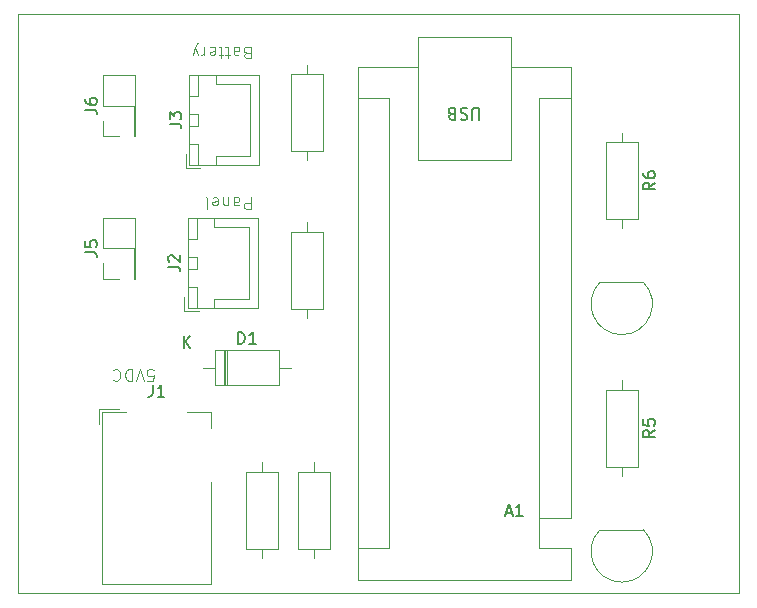
<source format=gbr>
%TF.GenerationSoftware,KiCad,Pcbnew,8.0.5*%
%TF.CreationDate,2025-02-06T11:15:49+08:00*%
%TF.ProjectId,arduino_solar_bikelight_1,61726475-696e-46f5-9f73-6f6c61725f62,rev?*%
%TF.SameCoordinates,Original*%
%TF.FileFunction,Legend,Top*%
%TF.FilePolarity,Positive*%
%FSLAX46Y46*%
G04 Gerber Fmt 4.6, Leading zero omitted, Abs format (unit mm)*
G04 Created by KiCad (PCBNEW 8.0.5) date 2025-02-06 11:15:49*
%MOMM*%
%LPD*%
G01*
G04 APERTURE LIST*
%ADD10C,0.100000*%
%ADD11C,0.150000*%
%ADD12C,0.120000*%
%TA.AperFunction,Profile*%
%ADD13C,0.050000*%
%TD*%
G04 APERTURE END LIST*
D10*
X146411115Y-73867580D02*
X146411115Y-74867580D01*
X146411115Y-74867580D02*
X146030163Y-74867580D01*
X146030163Y-74867580D02*
X145934925Y-74819961D01*
X145934925Y-74819961D02*
X145887306Y-74772342D01*
X145887306Y-74772342D02*
X145839687Y-74677104D01*
X145839687Y-74677104D02*
X145839687Y-74534247D01*
X145839687Y-74534247D02*
X145887306Y-74439009D01*
X145887306Y-74439009D02*
X145934925Y-74391390D01*
X145934925Y-74391390D02*
X146030163Y-74343771D01*
X146030163Y-74343771D02*
X146411115Y-74343771D01*
X144982544Y-73867580D02*
X144982544Y-74391390D01*
X144982544Y-74391390D02*
X145030163Y-74486628D01*
X145030163Y-74486628D02*
X145125401Y-74534247D01*
X145125401Y-74534247D02*
X145315877Y-74534247D01*
X145315877Y-74534247D02*
X145411115Y-74486628D01*
X144982544Y-73915200D02*
X145077782Y-73867580D01*
X145077782Y-73867580D02*
X145315877Y-73867580D01*
X145315877Y-73867580D02*
X145411115Y-73915200D01*
X145411115Y-73915200D02*
X145458734Y-74010438D01*
X145458734Y-74010438D02*
X145458734Y-74105676D01*
X145458734Y-74105676D02*
X145411115Y-74200914D01*
X145411115Y-74200914D02*
X145315877Y-74248533D01*
X145315877Y-74248533D02*
X145077782Y-74248533D01*
X145077782Y-74248533D02*
X144982544Y-74296152D01*
X144506353Y-74534247D02*
X144506353Y-73867580D01*
X144506353Y-74439009D02*
X144458734Y-74486628D01*
X144458734Y-74486628D02*
X144363496Y-74534247D01*
X144363496Y-74534247D02*
X144220639Y-74534247D01*
X144220639Y-74534247D02*
X144125401Y-74486628D01*
X144125401Y-74486628D02*
X144077782Y-74391390D01*
X144077782Y-74391390D02*
X144077782Y-73867580D01*
X143220639Y-73915200D02*
X143315877Y-73867580D01*
X143315877Y-73867580D02*
X143506353Y-73867580D01*
X143506353Y-73867580D02*
X143601591Y-73915200D01*
X143601591Y-73915200D02*
X143649210Y-74010438D01*
X143649210Y-74010438D02*
X143649210Y-74391390D01*
X143649210Y-74391390D02*
X143601591Y-74486628D01*
X143601591Y-74486628D02*
X143506353Y-74534247D01*
X143506353Y-74534247D02*
X143315877Y-74534247D01*
X143315877Y-74534247D02*
X143220639Y-74486628D01*
X143220639Y-74486628D02*
X143173020Y-74391390D01*
X143173020Y-74391390D02*
X143173020Y-74296152D01*
X143173020Y-74296152D02*
X143649210Y-74200914D01*
X142601591Y-73867580D02*
X142696829Y-73915200D01*
X142696829Y-73915200D02*
X142744448Y-74010438D01*
X142744448Y-74010438D02*
X142744448Y-74867580D01*
X146077782Y-61641390D02*
X145934925Y-61593771D01*
X145934925Y-61593771D02*
X145887306Y-61546152D01*
X145887306Y-61546152D02*
X145839687Y-61450914D01*
X145839687Y-61450914D02*
X145839687Y-61308057D01*
X145839687Y-61308057D02*
X145887306Y-61212819D01*
X145887306Y-61212819D02*
X145934925Y-61165200D01*
X145934925Y-61165200D02*
X146030163Y-61117580D01*
X146030163Y-61117580D02*
X146411115Y-61117580D01*
X146411115Y-61117580D02*
X146411115Y-62117580D01*
X146411115Y-62117580D02*
X146077782Y-62117580D01*
X146077782Y-62117580D02*
X145982544Y-62069961D01*
X145982544Y-62069961D02*
X145934925Y-62022342D01*
X145934925Y-62022342D02*
X145887306Y-61927104D01*
X145887306Y-61927104D02*
X145887306Y-61831866D01*
X145887306Y-61831866D02*
X145934925Y-61736628D01*
X145934925Y-61736628D02*
X145982544Y-61689009D01*
X145982544Y-61689009D02*
X146077782Y-61641390D01*
X146077782Y-61641390D02*
X146411115Y-61641390D01*
X144982544Y-61117580D02*
X144982544Y-61641390D01*
X144982544Y-61641390D02*
X145030163Y-61736628D01*
X145030163Y-61736628D02*
X145125401Y-61784247D01*
X145125401Y-61784247D02*
X145315877Y-61784247D01*
X145315877Y-61784247D02*
X145411115Y-61736628D01*
X144982544Y-61165200D02*
X145077782Y-61117580D01*
X145077782Y-61117580D02*
X145315877Y-61117580D01*
X145315877Y-61117580D02*
X145411115Y-61165200D01*
X145411115Y-61165200D02*
X145458734Y-61260438D01*
X145458734Y-61260438D02*
X145458734Y-61355676D01*
X145458734Y-61355676D02*
X145411115Y-61450914D01*
X145411115Y-61450914D02*
X145315877Y-61498533D01*
X145315877Y-61498533D02*
X145077782Y-61498533D01*
X145077782Y-61498533D02*
X144982544Y-61546152D01*
X144649210Y-61784247D02*
X144268258Y-61784247D01*
X144506353Y-62117580D02*
X144506353Y-61260438D01*
X144506353Y-61260438D02*
X144458734Y-61165200D01*
X144458734Y-61165200D02*
X144363496Y-61117580D01*
X144363496Y-61117580D02*
X144268258Y-61117580D01*
X144077781Y-61784247D02*
X143696829Y-61784247D01*
X143934924Y-62117580D02*
X143934924Y-61260438D01*
X143934924Y-61260438D02*
X143887305Y-61165200D01*
X143887305Y-61165200D02*
X143792067Y-61117580D01*
X143792067Y-61117580D02*
X143696829Y-61117580D01*
X142982543Y-61165200D02*
X143077781Y-61117580D01*
X143077781Y-61117580D02*
X143268257Y-61117580D01*
X143268257Y-61117580D02*
X143363495Y-61165200D01*
X143363495Y-61165200D02*
X143411114Y-61260438D01*
X143411114Y-61260438D02*
X143411114Y-61641390D01*
X143411114Y-61641390D02*
X143363495Y-61736628D01*
X143363495Y-61736628D02*
X143268257Y-61784247D01*
X143268257Y-61784247D02*
X143077781Y-61784247D01*
X143077781Y-61784247D02*
X142982543Y-61736628D01*
X142982543Y-61736628D02*
X142934924Y-61641390D01*
X142934924Y-61641390D02*
X142934924Y-61546152D01*
X142934924Y-61546152D02*
X143411114Y-61450914D01*
X142506352Y-61117580D02*
X142506352Y-61784247D01*
X142506352Y-61593771D02*
X142458733Y-61689009D01*
X142458733Y-61689009D02*
X142411114Y-61736628D01*
X142411114Y-61736628D02*
X142315876Y-61784247D01*
X142315876Y-61784247D02*
X142220638Y-61784247D01*
X141982542Y-61784247D02*
X141744447Y-61117580D01*
X141506352Y-61784247D02*
X141744447Y-61117580D01*
X141744447Y-61117580D02*
X141839685Y-60879485D01*
X141839685Y-60879485D02*
X141887304Y-60831866D01*
X141887304Y-60831866D02*
X141982542Y-60784247D01*
X137679925Y-89422580D02*
X138156115Y-89422580D01*
X138156115Y-89422580D02*
X138203734Y-88946390D01*
X138203734Y-88946390D02*
X138156115Y-88994009D01*
X138156115Y-88994009D02*
X138060877Y-89041628D01*
X138060877Y-89041628D02*
X137822782Y-89041628D01*
X137822782Y-89041628D02*
X137727544Y-88994009D01*
X137727544Y-88994009D02*
X137679925Y-88946390D01*
X137679925Y-88946390D02*
X137632306Y-88851152D01*
X137632306Y-88851152D02*
X137632306Y-88613057D01*
X137632306Y-88613057D02*
X137679925Y-88517819D01*
X137679925Y-88517819D02*
X137727544Y-88470200D01*
X137727544Y-88470200D02*
X137822782Y-88422580D01*
X137822782Y-88422580D02*
X138060877Y-88422580D01*
X138060877Y-88422580D02*
X138156115Y-88470200D01*
X138156115Y-88470200D02*
X138203734Y-88517819D01*
X137346591Y-89422580D02*
X137013258Y-88422580D01*
X137013258Y-88422580D02*
X136679925Y-89422580D01*
X136346591Y-88422580D02*
X136346591Y-89422580D01*
X136346591Y-89422580D02*
X136108496Y-89422580D01*
X136108496Y-89422580D02*
X135965639Y-89374961D01*
X135965639Y-89374961D02*
X135870401Y-89279723D01*
X135870401Y-89279723D02*
X135822782Y-89184485D01*
X135822782Y-89184485D02*
X135775163Y-88994009D01*
X135775163Y-88994009D02*
X135775163Y-88851152D01*
X135775163Y-88851152D02*
X135822782Y-88660676D01*
X135822782Y-88660676D02*
X135870401Y-88565438D01*
X135870401Y-88565438D02*
X135965639Y-88470200D01*
X135965639Y-88470200D02*
X136108496Y-88422580D01*
X136108496Y-88422580D02*
X136346591Y-88422580D01*
X134775163Y-88517819D02*
X134822782Y-88470200D01*
X134822782Y-88470200D02*
X134965639Y-88422580D01*
X134965639Y-88422580D02*
X135060877Y-88422580D01*
X135060877Y-88422580D02*
X135203734Y-88470200D01*
X135203734Y-88470200D02*
X135298972Y-88565438D01*
X135298972Y-88565438D02*
X135346591Y-88660676D01*
X135346591Y-88660676D02*
X135394210Y-88851152D01*
X135394210Y-88851152D02*
X135394210Y-88994009D01*
X135394210Y-88994009D02*
X135346591Y-89184485D01*
X135346591Y-89184485D02*
X135298972Y-89279723D01*
X135298972Y-89279723D02*
X135203734Y-89374961D01*
X135203734Y-89374961D02*
X135060877Y-89422580D01*
X135060877Y-89422580D02*
X134965639Y-89422580D01*
X134965639Y-89422580D02*
X134822782Y-89374961D01*
X134822782Y-89374961D02*
X134775163Y-89327342D01*
D11*
X132409819Y-78523333D02*
X133124104Y-78523333D01*
X133124104Y-78523333D02*
X133266961Y-78570952D01*
X133266961Y-78570952D02*
X133362200Y-78666190D01*
X133362200Y-78666190D02*
X133409819Y-78809047D01*
X133409819Y-78809047D02*
X133409819Y-78904285D01*
X132409819Y-77570952D02*
X132409819Y-78047142D01*
X132409819Y-78047142D02*
X132886009Y-78094761D01*
X132886009Y-78094761D02*
X132838390Y-78047142D01*
X132838390Y-78047142D02*
X132790771Y-77951904D01*
X132790771Y-77951904D02*
X132790771Y-77713809D01*
X132790771Y-77713809D02*
X132838390Y-77618571D01*
X132838390Y-77618571D02*
X132886009Y-77570952D01*
X132886009Y-77570952D02*
X132981247Y-77523333D01*
X132981247Y-77523333D02*
X133219342Y-77523333D01*
X133219342Y-77523333D02*
X133314580Y-77570952D01*
X133314580Y-77570952D02*
X133362200Y-77618571D01*
X133362200Y-77618571D02*
X133409819Y-77713809D01*
X133409819Y-77713809D02*
X133409819Y-77951904D01*
X133409819Y-77951904D02*
X133362200Y-78047142D01*
X133362200Y-78047142D02*
X133314580Y-78094761D01*
X132409819Y-66458333D02*
X133124104Y-66458333D01*
X133124104Y-66458333D02*
X133266961Y-66505952D01*
X133266961Y-66505952D02*
X133362200Y-66601190D01*
X133362200Y-66601190D02*
X133409819Y-66744047D01*
X133409819Y-66744047D02*
X133409819Y-66839285D01*
X132409819Y-65553571D02*
X132409819Y-65744047D01*
X132409819Y-65744047D02*
X132457438Y-65839285D01*
X132457438Y-65839285D02*
X132505057Y-65886904D01*
X132505057Y-65886904D02*
X132647914Y-65982142D01*
X132647914Y-65982142D02*
X132838390Y-66029761D01*
X132838390Y-66029761D02*
X133219342Y-66029761D01*
X133219342Y-66029761D02*
X133314580Y-65982142D01*
X133314580Y-65982142D02*
X133362200Y-65934523D01*
X133362200Y-65934523D02*
X133409819Y-65839285D01*
X133409819Y-65839285D02*
X133409819Y-65648809D01*
X133409819Y-65648809D02*
X133362200Y-65553571D01*
X133362200Y-65553571D02*
X133314580Y-65505952D01*
X133314580Y-65505952D02*
X133219342Y-65458333D01*
X133219342Y-65458333D02*
X132981247Y-65458333D01*
X132981247Y-65458333D02*
X132886009Y-65505952D01*
X132886009Y-65505952D02*
X132838390Y-65553571D01*
X132838390Y-65553571D02*
X132790771Y-65648809D01*
X132790771Y-65648809D02*
X132790771Y-65839285D01*
X132790771Y-65839285D02*
X132838390Y-65934523D01*
X132838390Y-65934523D02*
X132886009Y-65982142D01*
X132886009Y-65982142D02*
X132981247Y-66029761D01*
X168030714Y-100564104D02*
X168506904Y-100564104D01*
X167935476Y-100849819D02*
X168268809Y-99849819D01*
X168268809Y-99849819D02*
X168602142Y-100849819D01*
X169459285Y-100849819D02*
X168887857Y-100849819D01*
X169173571Y-100849819D02*
X169173571Y-99849819D01*
X169173571Y-99849819D02*
X169078333Y-99992676D01*
X169078333Y-99992676D02*
X168983095Y-100087914D01*
X168983095Y-100087914D02*
X168887857Y-100135533D01*
X165756904Y-67300180D02*
X165756904Y-66490657D01*
X165756904Y-66490657D02*
X165709285Y-66395419D01*
X165709285Y-66395419D02*
X165661666Y-66347800D01*
X165661666Y-66347800D02*
X165566428Y-66300180D01*
X165566428Y-66300180D02*
X165375952Y-66300180D01*
X165375952Y-66300180D02*
X165280714Y-66347800D01*
X165280714Y-66347800D02*
X165233095Y-66395419D01*
X165233095Y-66395419D02*
X165185476Y-66490657D01*
X165185476Y-66490657D02*
X165185476Y-67300180D01*
X164756904Y-66347800D02*
X164614047Y-66300180D01*
X164614047Y-66300180D02*
X164375952Y-66300180D01*
X164375952Y-66300180D02*
X164280714Y-66347800D01*
X164280714Y-66347800D02*
X164233095Y-66395419D01*
X164233095Y-66395419D02*
X164185476Y-66490657D01*
X164185476Y-66490657D02*
X164185476Y-66585895D01*
X164185476Y-66585895D02*
X164233095Y-66681133D01*
X164233095Y-66681133D02*
X164280714Y-66728752D01*
X164280714Y-66728752D02*
X164375952Y-66776371D01*
X164375952Y-66776371D02*
X164566428Y-66823990D01*
X164566428Y-66823990D02*
X164661666Y-66871609D01*
X164661666Y-66871609D02*
X164709285Y-66919228D01*
X164709285Y-66919228D02*
X164756904Y-67014466D01*
X164756904Y-67014466D02*
X164756904Y-67109704D01*
X164756904Y-67109704D02*
X164709285Y-67204942D01*
X164709285Y-67204942D02*
X164661666Y-67252561D01*
X164661666Y-67252561D02*
X164566428Y-67300180D01*
X164566428Y-67300180D02*
X164328333Y-67300180D01*
X164328333Y-67300180D02*
X164185476Y-67252561D01*
X163423571Y-66823990D02*
X163280714Y-66776371D01*
X163280714Y-66776371D02*
X163233095Y-66728752D01*
X163233095Y-66728752D02*
X163185476Y-66633514D01*
X163185476Y-66633514D02*
X163185476Y-66490657D01*
X163185476Y-66490657D02*
X163233095Y-66395419D01*
X163233095Y-66395419D02*
X163280714Y-66347800D01*
X163280714Y-66347800D02*
X163375952Y-66300180D01*
X163375952Y-66300180D02*
X163756904Y-66300180D01*
X163756904Y-66300180D02*
X163756904Y-67300180D01*
X163756904Y-67300180D02*
X163423571Y-67300180D01*
X163423571Y-67300180D02*
X163328333Y-67252561D01*
X163328333Y-67252561D02*
X163280714Y-67204942D01*
X163280714Y-67204942D02*
X163233095Y-67109704D01*
X163233095Y-67109704D02*
X163233095Y-67014466D01*
X163233095Y-67014466D02*
X163280714Y-66919228D01*
X163280714Y-66919228D02*
X163328333Y-66871609D01*
X163328333Y-66871609D02*
X163423571Y-66823990D01*
X163423571Y-66823990D02*
X163756904Y-66823990D01*
X180654819Y-72636666D02*
X180178628Y-72969999D01*
X180654819Y-73208094D02*
X179654819Y-73208094D01*
X179654819Y-73208094D02*
X179654819Y-72827142D01*
X179654819Y-72827142D02*
X179702438Y-72731904D01*
X179702438Y-72731904D02*
X179750057Y-72684285D01*
X179750057Y-72684285D02*
X179845295Y-72636666D01*
X179845295Y-72636666D02*
X179988152Y-72636666D01*
X179988152Y-72636666D02*
X180083390Y-72684285D01*
X180083390Y-72684285D02*
X180131009Y-72731904D01*
X180131009Y-72731904D02*
X180178628Y-72827142D01*
X180178628Y-72827142D02*
X180178628Y-73208094D01*
X179654819Y-71779523D02*
X179654819Y-71969999D01*
X179654819Y-71969999D02*
X179702438Y-72065237D01*
X179702438Y-72065237D02*
X179750057Y-72112856D01*
X179750057Y-72112856D02*
X179892914Y-72208094D01*
X179892914Y-72208094D02*
X180083390Y-72255713D01*
X180083390Y-72255713D02*
X180464342Y-72255713D01*
X180464342Y-72255713D02*
X180559580Y-72208094D01*
X180559580Y-72208094D02*
X180607200Y-72160475D01*
X180607200Y-72160475D02*
X180654819Y-72065237D01*
X180654819Y-72065237D02*
X180654819Y-71874761D01*
X180654819Y-71874761D02*
X180607200Y-71779523D01*
X180607200Y-71779523D02*
X180559580Y-71731904D01*
X180559580Y-71731904D02*
X180464342Y-71684285D01*
X180464342Y-71684285D02*
X180226247Y-71684285D01*
X180226247Y-71684285D02*
X180131009Y-71731904D01*
X180131009Y-71731904D02*
X180083390Y-71779523D01*
X180083390Y-71779523D02*
X180035771Y-71874761D01*
X180035771Y-71874761D02*
X180035771Y-72065237D01*
X180035771Y-72065237D02*
X180083390Y-72160475D01*
X180083390Y-72160475D02*
X180131009Y-72208094D01*
X180131009Y-72208094D02*
X180226247Y-72255713D01*
X138111666Y-89744819D02*
X138111666Y-90459104D01*
X138111666Y-90459104D02*
X138064047Y-90601961D01*
X138064047Y-90601961D02*
X137968809Y-90697200D01*
X137968809Y-90697200D02*
X137825952Y-90744819D01*
X137825952Y-90744819D02*
X137730714Y-90744819D01*
X139111666Y-90744819D02*
X138540238Y-90744819D01*
X138825952Y-90744819D02*
X138825952Y-89744819D01*
X138825952Y-89744819D02*
X138730714Y-89887676D01*
X138730714Y-89887676D02*
X138635476Y-89982914D01*
X138635476Y-89982914D02*
X138540238Y-90030533D01*
X139554819Y-67653333D02*
X140269104Y-67653333D01*
X140269104Y-67653333D02*
X140411961Y-67700952D01*
X140411961Y-67700952D02*
X140507200Y-67796190D01*
X140507200Y-67796190D02*
X140554819Y-67939047D01*
X140554819Y-67939047D02*
X140554819Y-68034285D01*
X139554819Y-67272380D02*
X139554819Y-66653333D01*
X139554819Y-66653333D02*
X139935771Y-66986666D01*
X139935771Y-66986666D02*
X139935771Y-66843809D01*
X139935771Y-66843809D02*
X139983390Y-66748571D01*
X139983390Y-66748571D02*
X140031009Y-66700952D01*
X140031009Y-66700952D02*
X140126247Y-66653333D01*
X140126247Y-66653333D02*
X140364342Y-66653333D01*
X140364342Y-66653333D02*
X140459580Y-66700952D01*
X140459580Y-66700952D02*
X140507200Y-66748571D01*
X140507200Y-66748571D02*
X140554819Y-66843809D01*
X140554819Y-66843809D02*
X140554819Y-67129523D01*
X140554819Y-67129523D02*
X140507200Y-67224761D01*
X140507200Y-67224761D02*
X140459580Y-67272380D01*
X139444819Y-79768333D02*
X140159104Y-79768333D01*
X140159104Y-79768333D02*
X140301961Y-79815952D01*
X140301961Y-79815952D02*
X140397200Y-79911190D01*
X140397200Y-79911190D02*
X140444819Y-80054047D01*
X140444819Y-80054047D02*
X140444819Y-80149285D01*
X139540057Y-79339761D02*
X139492438Y-79292142D01*
X139492438Y-79292142D02*
X139444819Y-79196904D01*
X139444819Y-79196904D02*
X139444819Y-78958809D01*
X139444819Y-78958809D02*
X139492438Y-78863571D01*
X139492438Y-78863571D02*
X139540057Y-78815952D01*
X139540057Y-78815952D02*
X139635295Y-78768333D01*
X139635295Y-78768333D02*
X139730533Y-78768333D01*
X139730533Y-78768333D02*
X139873390Y-78815952D01*
X139873390Y-78815952D02*
X140444819Y-79387380D01*
X140444819Y-79387380D02*
X140444819Y-78768333D01*
X145341905Y-86279819D02*
X145341905Y-85279819D01*
X145341905Y-85279819D02*
X145580000Y-85279819D01*
X145580000Y-85279819D02*
X145722857Y-85327438D01*
X145722857Y-85327438D02*
X145818095Y-85422676D01*
X145818095Y-85422676D02*
X145865714Y-85517914D01*
X145865714Y-85517914D02*
X145913333Y-85708390D01*
X145913333Y-85708390D02*
X145913333Y-85851247D01*
X145913333Y-85851247D02*
X145865714Y-86041723D01*
X145865714Y-86041723D02*
X145818095Y-86136961D01*
X145818095Y-86136961D02*
X145722857Y-86232200D01*
X145722857Y-86232200D02*
X145580000Y-86279819D01*
X145580000Y-86279819D02*
X145341905Y-86279819D01*
X146865714Y-86279819D02*
X146294286Y-86279819D01*
X146580000Y-86279819D02*
X146580000Y-85279819D01*
X146580000Y-85279819D02*
X146484762Y-85422676D01*
X146484762Y-85422676D02*
X146389524Y-85517914D01*
X146389524Y-85517914D02*
X146294286Y-85565533D01*
X140738095Y-86649819D02*
X140738095Y-85649819D01*
X141309523Y-86649819D02*
X140880952Y-86078390D01*
X141309523Y-85649819D02*
X140738095Y-86221247D01*
X180654819Y-93591666D02*
X180178628Y-93924999D01*
X180654819Y-94163094D02*
X179654819Y-94163094D01*
X179654819Y-94163094D02*
X179654819Y-93782142D01*
X179654819Y-93782142D02*
X179702438Y-93686904D01*
X179702438Y-93686904D02*
X179750057Y-93639285D01*
X179750057Y-93639285D02*
X179845295Y-93591666D01*
X179845295Y-93591666D02*
X179988152Y-93591666D01*
X179988152Y-93591666D02*
X180083390Y-93639285D01*
X180083390Y-93639285D02*
X180131009Y-93686904D01*
X180131009Y-93686904D02*
X180178628Y-93782142D01*
X180178628Y-93782142D02*
X180178628Y-94163094D01*
X179654819Y-92686904D02*
X179654819Y-93163094D01*
X179654819Y-93163094D02*
X180131009Y-93210713D01*
X180131009Y-93210713D02*
X180083390Y-93163094D01*
X180083390Y-93163094D02*
X180035771Y-93067856D01*
X180035771Y-93067856D02*
X180035771Y-92829761D01*
X180035771Y-92829761D02*
X180083390Y-92734523D01*
X180083390Y-92734523D02*
X180131009Y-92686904D01*
X180131009Y-92686904D02*
X180226247Y-92639285D01*
X180226247Y-92639285D02*
X180464342Y-92639285D01*
X180464342Y-92639285D02*
X180559580Y-92686904D01*
X180559580Y-92686904D02*
X180607200Y-92734523D01*
X180607200Y-92734523D02*
X180654819Y-92829761D01*
X180654819Y-92829761D02*
X180654819Y-93067856D01*
X180654819Y-93067856D02*
X180607200Y-93163094D01*
X180607200Y-93163094D02*
X180559580Y-93210713D01*
D12*
%TO.C,J5*%
X133955000Y-75590000D02*
X136615000Y-75590000D01*
X133955000Y-78190000D02*
X133955000Y-75590000D01*
X133955000Y-80790000D02*
X133955000Y-79460000D01*
X135285000Y-80790000D02*
X133955000Y-80790000D01*
X136555000Y-78190000D02*
X133955000Y-78190000D01*
X136555000Y-80790000D02*
X136555000Y-78190000D01*
X136555000Y-80790000D02*
X136615000Y-80790000D01*
X136615000Y-80790000D02*
X136615000Y-75590000D01*
%TO.C,J6*%
X133955000Y-63525000D02*
X136615000Y-63525000D01*
X133955000Y-66125000D02*
X133955000Y-63525000D01*
X133955000Y-68725000D02*
X133955000Y-67395000D01*
X135285000Y-68725000D02*
X133955000Y-68725000D01*
X136555000Y-66125000D02*
X133955000Y-66125000D01*
X136555000Y-68725000D02*
X136555000Y-66125000D01*
X136555000Y-68725000D02*
X136615000Y-68725000D01*
X136615000Y-68725000D02*
X136615000Y-63525000D01*
%TO.C,R1*%
X145980000Y-97090000D02*
X145980000Y-103630000D01*
X145980000Y-103630000D02*
X148720000Y-103630000D01*
X147350000Y-96320000D02*
X147350000Y-97090000D01*
X147350000Y-104400000D02*
X147350000Y-103630000D01*
X148720000Y-97090000D02*
X145980000Y-97090000D01*
X148720000Y-103630000D02*
X148720000Y-97090000D01*
%TO.C,R4*%
X149790000Y-63435000D02*
X149790000Y-69975000D01*
X149790000Y-69975000D02*
X152530000Y-69975000D01*
X151160000Y-62665000D02*
X151160000Y-63435000D01*
X151160000Y-70745000D02*
X151160000Y-69975000D01*
X152530000Y-63435000D02*
X149790000Y-63435000D01*
X152530000Y-69975000D02*
X152530000Y-63435000D01*
%TO.C,R2*%
X150425000Y-97090000D02*
X150425000Y-103630000D01*
X150425000Y-103630000D02*
X153165000Y-103630000D01*
X151795000Y-96320000D02*
X151795000Y-97090000D01*
X151795000Y-104400000D02*
X151795000Y-103630000D01*
X153165000Y-97090000D02*
X150425000Y-97090000D01*
X153165000Y-103630000D02*
X153165000Y-97090000D01*
%TO.C,A1*%
X155475000Y-62815000D02*
X155475000Y-106255000D01*
X155475000Y-62815000D02*
X160555000Y-62815000D01*
X155475000Y-106255000D02*
X173515000Y-106255000D01*
X158145000Y-65485000D02*
X155475000Y-65485000D01*
X158145000Y-103585000D02*
X155475000Y-103585000D01*
X158145000Y-103585000D02*
X158145000Y-65485000D01*
X160555000Y-60275000D02*
X168435000Y-60275000D01*
X160555000Y-70695000D02*
X160555000Y-60275000D01*
X168435000Y-60275000D02*
X168435000Y-70695000D01*
X168435000Y-70695000D02*
X160555000Y-70695000D01*
X170845000Y-65485000D02*
X173515000Y-65485000D01*
X170845000Y-101045000D02*
X170845000Y-65485000D01*
X170845000Y-101045000D02*
X170845000Y-103585000D01*
X170845000Y-101045000D02*
X173515000Y-101045000D01*
X170845000Y-103585000D02*
X173515000Y-103585000D01*
X173515000Y-62815000D02*
X168435000Y-62815000D01*
X173515000Y-101045000D02*
X173515000Y-62815000D01*
X173515000Y-106255000D02*
X173515000Y-103585000D01*
%TO.C,R6*%
X176460000Y-69200000D02*
X176460000Y-75740000D01*
X176460000Y-75740000D02*
X179200000Y-75740000D01*
X177830000Y-68430000D02*
X177830000Y-69200000D01*
X177830000Y-76510000D02*
X177830000Y-75740000D01*
X179200000Y-69200000D02*
X176460000Y-69200000D01*
X179200000Y-75740000D02*
X179200000Y-69200000D01*
%TO.C,J1*%
X133545000Y-91790000D02*
X133545000Y-93090000D01*
X133845000Y-92090000D02*
X135845000Y-92090000D01*
X133845000Y-106590000D02*
X133845000Y-92090000D01*
X135245000Y-91790000D02*
X133545000Y-91790000D01*
X141045000Y-92090000D02*
X143045000Y-92090000D01*
X143045000Y-92090000D02*
X143045000Y-93390000D01*
X143045000Y-97990000D02*
X143045000Y-106590000D01*
X143045000Y-106590000D02*
X133845000Y-106590000D01*
%TO.C,Q2*%
X179630000Y-81055000D02*
X176030000Y-81055000D01*
X177830000Y-85505000D02*
G75*
G02*
X175991522Y-81066522I0J2600000D01*
G01*
X179668478Y-81066522D02*
G75*
G02*
X177830000Y-85505001I-1838478J-1838478D01*
G01*
%TO.C,J3*%
X140900000Y-70170000D02*
X140900000Y-71420000D01*
X140900000Y-71420000D02*
X142150000Y-71420000D01*
X141190000Y-63510000D02*
X141190000Y-71130000D01*
X141190000Y-71130000D02*
X147160000Y-71130000D01*
X141200000Y-63520000D02*
X141200000Y-65320000D01*
X141200000Y-65320000D02*
X141950000Y-65320000D01*
X141200000Y-66820000D02*
X141200000Y-67820000D01*
X141200000Y-67820000D02*
X141950000Y-67820000D01*
X141200000Y-69320000D02*
X141200000Y-71120000D01*
X141200000Y-71120000D02*
X141950000Y-71120000D01*
X141950000Y-63520000D02*
X141200000Y-63520000D01*
X141950000Y-65320000D02*
X141950000Y-63520000D01*
X141950000Y-66820000D02*
X141200000Y-66820000D01*
X141950000Y-67820000D02*
X141950000Y-66820000D01*
X141950000Y-69320000D02*
X141200000Y-69320000D01*
X141950000Y-71120000D02*
X141950000Y-69320000D01*
X143450000Y-63520000D02*
X143450000Y-64270000D01*
X143450000Y-64270000D02*
X146400000Y-64270000D01*
X143450000Y-70370000D02*
X146400000Y-70370000D01*
X143450000Y-71120000D02*
X143450000Y-70370000D01*
X146400000Y-64270000D02*
X146400000Y-67320000D01*
X146400000Y-70370000D02*
X146400000Y-67320000D01*
X147160000Y-63510000D02*
X141190000Y-63510000D01*
X147160000Y-71130000D02*
X147160000Y-63510000D01*
%TO.C,J2*%
X140790000Y-82285000D02*
X140790000Y-83535000D01*
X140790000Y-83535000D02*
X142040000Y-83535000D01*
X141080000Y-75625000D02*
X141080000Y-83245000D01*
X141080000Y-83245000D02*
X147050000Y-83245000D01*
X141090000Y-75635000D02*
X141090000Y-77435000D01*
X141090000Y-77435000D02*
X141840000Y-77435000D01*
X141090000Y-78935000D02*
X141090000Y-79935000D01*
X141090000Y-79935000D02*
X141840000Y-79935000D01*
X141090000Y-81435000D02*
X141090000Y-83235000D01*
X141090000Y-83235000D02*
X141840000Y-83235000D01*
X141840000Y-75635000D02*
X141090000Y-75635000D01*
X141840000Y-77435000D02*
X141840000Y-75635000D01*
X141840000Y-78935000D02*
X141090000Y-78935000D01*
X141840000Y-79935000D02*
X141840000Y-78935000D01*
X141840000Y-81435000D02*
X141090000Y-81435000D01*
X141840000Y-83235000D02*
X141840000Y-81435000D01*
X143340000Y-75635000D02*
X143340000Y-76385000D01*
X143340000Y-76385000D02*
X146290000Y-76385000D01*
X143340000Y-82485000D02*
X146290000Y-82485000D01*
X143340000Y-83235000D02*
X143340000Y-82485000D01*
X146290000Y-76385000D02*
X146290000Y-79435000D01*
X146290000Y-82485000D02*
X146290000Y-79435000D01*
X147050000Y-75625000D02*
X141080000Y-75625000D01*
X147050000Y-83245000D02*
X147050000Y-75625000D01*
%TO.C,R3*%
X149790000Y-76770000D02*
X149790000Y-83310000D01*
X149790000Y-83310000D02*
X152530000Y-83310000D01*
X151160000Y-76000000D02*
X151160000Y-76770000D01*
X151160000Y-84080000D02*
X151160000Y-83310000D01*
X152530000Y-76770000D02*
X149790000Y-76770000D01*
X152530000Y-83310000D02*
X152530000Y-76770000D01*
%TO.C,D1*%
X142340000Y-88295000D02*
X143360000Y-88295000D01*
X143360000Y-86825000D02*
X143360000Y-89765000D01*
X143360000Y-89765000D02*
X148800000Y-89765000D01*
X144140000Y-86825000D02*
X144140000Y-89765000D01*
X144260000Y-86825000D02*
X144260000Y-89765000D01*
X144380000Y-86825000D02*
X144380000Y-89765000D01*
X148800000Y-86825000D02*
X143360000Y-86825000D01*
X148800000Y-89765000D02*
X148800000Y-86825000D01*
X149820000Y-88295000D02*
X148800000Y-88295000D01*
%TO.C,R5*%
X176460000Y-90155000D02*
X176460000Y-96695000D01*
X176460000Y-96695000D02*
X179200000Y-96695000D01*
X177830000Y-89385000D02*
X177830000Y-90155000D01*
X177830000Y-97465000D02*
X177830000Y-96695000D01*
X179200000Y-90155000D02*
X176460000Y-90155000D01*
X179200000Y-96695000D02*
X179200000Y-90155000D01*
%TO.C,Q1*%
X179630000Y-102010000D02*
X176030000Y-102010000D01*
X177830000Y-106460000D02*
G75*
G02*
X175991522Y-102021522I0J2600000D01*
G01*
X179668478Y-102021522D02*
G75*
G02*
X177830000Y-106460001I-1838478J-1838478D01*
G01*
%TD*%
D13*
X126745000Y-58395000D02*
X187745000Y-58395000D01*
X187745000Y-107395000D01*
X126745000Y-107395000D01*
X126745000Y-58395000D01*
M02*

</source>
